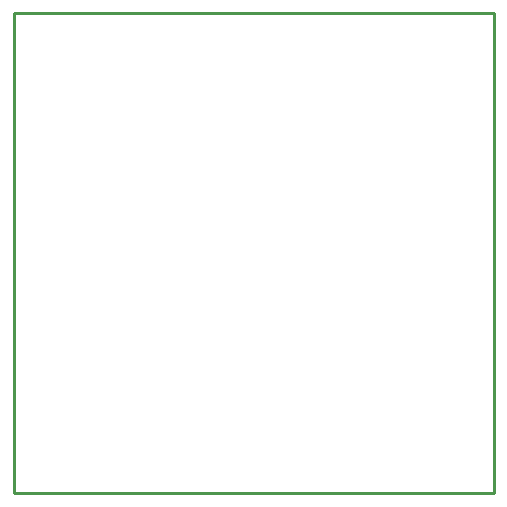
<source format=gbr>
G04 start of page 4 for group 2 idx 2 *
G04 Title: (unknown), outline *
G04 Creator: pcb 20140316 *
G04 CreationDate: Tue 26 Feb 2019 04:37:41 AM GMT UTC *
G04 For: railfan *
G04 Format: Gerber/RS-274X *
G04 PCB-Dimensions (mil): 1600.00 1600.00 *
G04 PCB-Coordinate-Origin: lower left *
%MOIN*%
%FSLAX25Y25*%
%LNOUTLINE*%
%ADD38C,0.0100*%
G54D38*X0Y0D02*X160000D01*
Y160000D01*
X0D01*
Y0D01*
M02*

</source>
